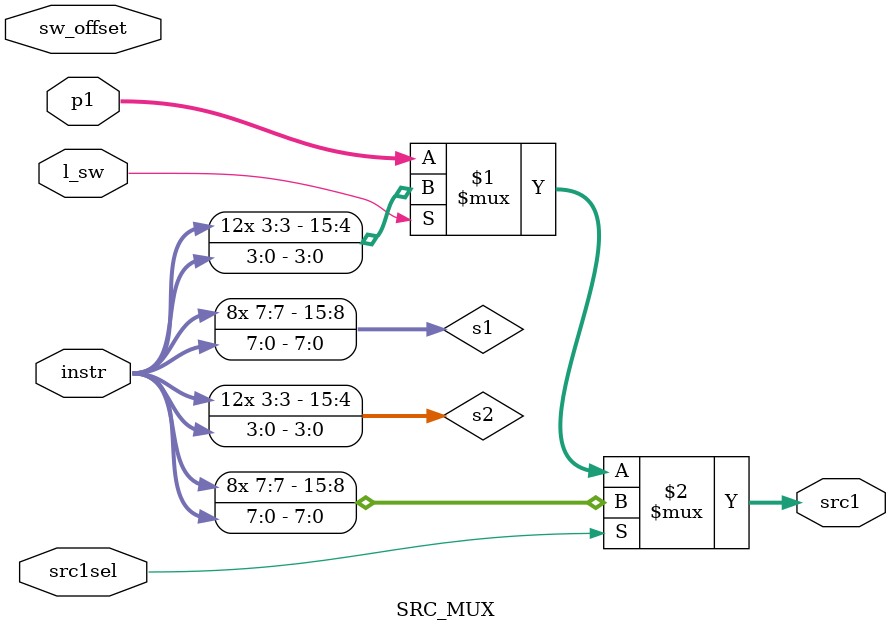
<source format=v>
module SRC_MUX(instr, p1, src1sel, src1, sw_offset, l_sw);
input [7:0] instr; // immediate value input 
input [15:0] p1;   // register1 output
input src1sel,l_sw;	   // control signal that selects register input 
		   	   // or immediate input
input [3:0] sw_offset;		
output [15:0] src1; //output to ALU src1
wire[15:0] s1, s2;
//if src1sel is enabled, the mux will choose the sign extend
// immediate value, else it will choose the register value.
assign s1 = {{8{instr[7]}}, instr[7:0]};
assign s2 = {{12{instr[3]}},instr[3:0]};
assign src1 = (src1sel)? s1 :				//for lhb and llb
		(l_sw)? s2: p1;			//for lw and sw

endmodule

</source>
